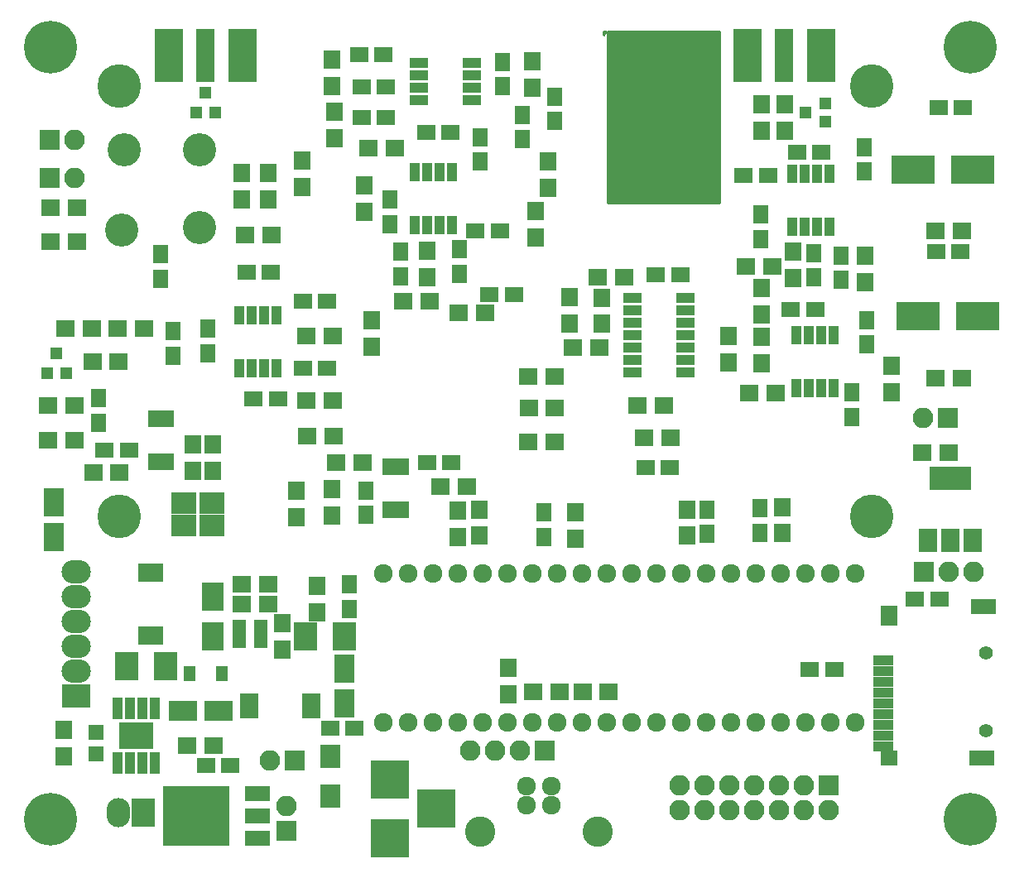
<source format=gbr>
G04 #@! TF.FileFunction,Soldermask,Top*
%FSLAX46Y46*%
G04 Gerber Fmt 4.6, Leading zero omitted, Abs format (unit mm)*
G04 Created by KiCad (PCBNEW 4.0.7) date 04/14/20 20:50:42*
%MOMM*%
%LPD*%
G01*
G04 APERTURE LIST*
%ADD10C,0.100000*%
%ADD11C,1.924000*%
%ADD12C,1.920000*%
%ADD13C,3.100000*%
%ADD14R,2.100000X2.100000*%
%ADD15O,2.100000X2.100000*%
%ADD16R,1.700000X1.900000*%
%ADD17R,1.900000X2.600000*%
%ADD18R,3.000000X2.000000*%
%ADD19R,1.010000X2.310000*%
%ADD20R,1.950000X1.605000*%
%ADD21R,2.000000X3.000000*%
%ADD22R,1.900000X1.700000*%
%ADD23R,2.600000X1.900000*%
%ADD24R,2.900000X5.480000*%
%ADD25R,1.900000X5.480000*%
%ADD26R,1.000000X1.950000*%
%ADD27C,3.400000*%
%ADD28R,0.700000X1.800000*%
%ADD29C,5.400000*%
%ADD30C,4.464000*%
%ADD31R,3.900000X3.900000*%
%ADD32R,1.650000X1.900000*%
%ADD33R,1.900000X1.650000*%
%ADD34R,1.900000X1.000000*%
%ADD35R,1.950000X1.000000*%
%ADD36R,1.200000X1.300000*%
%ADD37R,4.200000X2.400000*%
%ADD38R,1.900000X2.400000*%
%ADD39R,1.460000X1.050000*%
%ADD40R,1.600000X1.600000*%
%ADD41R,3.000000X2.400000*%
%ADD42O,3.000000X2.400000*%
%ADD43R,2.400000X3.000000*%
%ADD44O,2.400000X3.000000*%
%ADD45R,2.500000X2.200000*%
%ADD46R,1.300000X1.600000*%
%ADD47R,1.300000X1.200000*%
%ADD48R,2.200000X2.900000*%
%ADD49R,2.400000X2.900000*%
%ADD50R,2.000000X2.400000*%
%ADD51R,2.600000X1.600000*%
%ADD52R,6.800000X6.200000*%
%ADD53R,4.400000X2.900000*%
%ADD54R,2.000000X1.100000*%
%ADD55R,1.800000X1.600000*%
%ADD56R,1.800000X2.000000*%
%ADD57C,1.400000*%
%ADD58C,0.254000*%
G04 APERTURE END LIST*
D10*
D11*
X135290000Y-106880000D03*
X132750000Y-106880000D03*
X130210000Y-106880000D03*
X127670000Y-106880000D03*
X125130000Y-106880000D03*
X122590000Y-106880000D03*
X120050000Y-106880000D03*
X117510000Y-106880000D03*
X114970000Y-106880000D03*
X112430000Y-106880000D03*
X109890000Y-106880000D03*
X107350000Y-106880000D03*
X104810000Y-106880000D03*
X102270000Y-106880000D03*
X99730000Y-106880000D03*
X97190000Y-106880000D03*
X94650000Y-106880000D03*
X92110000Y-106880000D03*
X89570000Y-106880000D03*
X87030000Y-106880000D03*
X135290000Y-122120000D03*
X132750000Y-122120000D03*
X130210000Y-122120000D03*
X127670000Y-122120000D03*
X125130000Y-122120000D03*
X122590000Y-122120000D03*
X120050000Y-122120000D03*
X117510000Y-122120000D03*
X114970000Y-122120000D03*
X112430000Y-122120000D03*
X109890000Y-122120000D03*
X107350000Y-122120000D03*
X104810000Y-122120000D03*
X102270000Y-122120000D03*
X99730000Y-122120000D03*
X97190000Y-122120000D03*
X94650000Y-122120000D03*
X92110000Y-122120000D03*
X89570000Y-122120000D03*
X87030000Y-122120000D03*
D12*
X101660000Y-128590000D03*
X104200000Y-128590000D03*
X104200000Y-130590000D03*
X101660000Y-130590000D03*
D13*
X96930000Y-133290000D03*
X108930000Y-133290000D03*
D14*
X52850000Y-62480000D03*
D15*
X55390000Y-62480000D03*
D16*
X106625000Y-100625000D03*
X106625000Y-103325000D03*
X54356000Y-125556000D03*
X54356000Y-122856000D03*
D17*
X73254000Y-120396000D03*
X79654000Y-120396000D03*
D18*
X66526000Y-120904000D03*
X70126000Y-120904000D03*
D19*
X59817000Y-126224000D03*
X61087000Y-126224000D03*
X62357000Y-126224000D03*
X63627000Y-126224000D03*
X63627000Y-120664000D03*
X62357000Y-120664000D03*
X61087000Y-120664000D03*
X59817000Y-120664000D03*
D20*
X62497000Y-122841500D03*
X60947000Y-122841500D03*
X62497000Y-124046500D03*
X60947000Y-124046500D03*
D21*
X53340000Y-103146000D03*
X53340000Y-99546000D03*
D22*
X109066320Y-83713320D03*
X106366320Y-83713320D03*
D23*
X63246000Y-106782000D03*
X63246000Y-113182000D03*
D14*
X132588000Y-128524000D03*
D15*
X132588000Y-131064000D03*
X130048000Y-128524000D03*
X130048000Y-131064000D03*
X127508000Y-128524000D03*
X127508000Y-131064000D03*
X124968000Y-128524000D03*
X124968000Y-131064000D03*
X122428000Y-128524000D03*
X122428000Y-131064000D03*
X119888000Y-128524000D03*
X119888000Y-131064000D03*
X117348000Y-128524000D03*
X117348000Y-131064000D03*
D24*
X72584000Y-53848000D03*
X65084000Y-53848000D03*
D25*
X68834000Y-53848000D03*
D16*
X72500000Y-65900000D03*
X72500000Y-68600000D03*
D26*
X132603240Y-65956200D03*
X131333240Y-65956200D03*
X130063240Y-65956200D03*
X128793240Y-65956200D03*
X128793240Y-71356200D03*
X130063240Y-71356200D03*
X131333240Y-71356200D03*
X132603240Y-71356200D03*
D27*
X68250000Y-71500000D03*
X60250000Y-71750000D03*
X60500000Y-63500000D03*
X68250000Y-63500000D03*
D28*
X63262000Y-95418000D03*
X63762000Y-95418000D03*
X64262000Y-95418000D03*
X64762000Y-95418000D03*
X65262000Y-95418000D03*
X65262000Y-91018000D03*
X64762000Y-91018000D03*
X64262000Y-91018000D03*
X63762000Y-91018000D03*
X63262000Y-91018000D03*
D29*
X53000000Y-53000000D03*
X147000000Y-53000000D03*
X53000000Y-132000000D03*
X147000000Y-132000000D03*
D14*
X77070000Y-133200000D03*
D15*
X77070000Y-130660000D03*
D30*
X60000000Y-101000000D03*
X137000000Y-101000000D03*
D31*
X87725000Y-127925000D03*
X87725000Y-133925000D03*
X92425000Y-130925000D03*
D14*
X144780000Y-90932000D03*
D15*
X142240000Y-90932000D03*
D32*
X104561640Y-58084400D03*
X104561640Y-60584400D03*
D33*
X58510000Y-94230000D03*
X61010000Y-94230000D03*
X143530000Y-73914000D03*
X146030000Y-73914000D03*
X143784000Y-59182000D03*
X146284000Y-59182000D03*
D32*
X64262000Y-76688000D03*
X64262000Y-74188000D03*
D33*
X87015640Y-53746400D03*
X84515640Y-53746400D03*
X87269640Y-57048400D03*
X84769640Y-57048400D03*
X75500000Y-76000000D03*
X73000000Y-76000000D03*
X78760000Y-78994000D03*
X81260000Y-78994000D03*
X131810000Y-63790000D03*
X129310000Y-63790000D03*
D32*
X136235440Y-65740600D03*
X136235440Y-63240600D03*
D33*
X84795040Y-60172600D03*
X87295040Y-60172600D03*
D32*
X65532000Y-84562000D03*
X65532000Y-82062000D03*
D33*
X123845000Y-66167000D03*
X126345000Y-66167000D03*
X93873640Y-61747400D03*
X91373640Y-61747400D03*
D32*
X69088000Y-84308000D03*
X69088000Y-81808000D03*
X125592840Y-72649400D03*
X125592840Y-70149400D03*
X101196140Y-59938600D03*
X101196140Y-62438600D03*
D33*
X73740960Y-89016840D03*
X76240960Y-89016840D03*
D32*
X99227640Y-57028400D03*
X99227640Y-54528400D03*
D33*
X81260000Y-85839300D03*
X78760000Y-85839300D03*
D32*
X131064000Y-74061000D03*
X131064000Y-76561000D03*
X133807200Y-76840400D03*
X133807200Y-74340400D03*
X88813640Y-76459400D03*
X88813640Y-73959400D03*
D33*
X97853180Y-78315820D03*
X100353180Y-78315820D03*
X128698940Y-79883000D03*
X131198940Y-79883000D03*
D32*
X96946720Y-64709360D03*
X96946720Y-62209360D03*
X94757240Y-73680000D03*
X94757240Y-76180000D03*
X136425940Y-83419000D03*
X136425940Y-80919000D03*
D33*
X96402840Y-71805800D03*
X98902840Y-71805800D03*
D32*
X134950200Y-88325640D03*
X134950200Y-90825640D03*
X125500000Y-102700000D03*
X125500000Y-100200000D03*
X120150000Y-102800000D03*
X120150000Y-100300000D03*
X103450000Y-103100000D03*
X103450000Y-100600000D03*
D33*
X117368640Y-76329540D03*
X114868640Y-76329540D03*
D32*
X57912000Y-88920000D03*
X57912000Y-91420000D03*
D33*
X116312000Y-96012000D03*
X113812000Y-96012000D03*
D32*
X87670640Y-71125400D03*
X87670640Y-68625400D03*
D33*
X71354000Y-126492000D03*
X68854000Y-126492000D03*
D22*
X143496040Y-86868000D03*
X146196040Y-86868000D03*
X57340000Y-96530000D03*
X60040000Y-96530000D03*
D16*
X102275640Y-54428400D03*
X102275640Y-57128400D03*
X85852000Y-83646000D03*
X85852000Y-80946000D03*
X136260840Y-74316600D03*
X136260840Y-77016600D03*
X67564000Y-96346000D03*
X67564000Y-93646000D03*
X69596000Y-96346000D03*
X69596000Y-93646000D03*
D22*
X146196040Y-71831200D03*
X143496040Y-71831200D03*
X127135880Y-88432640D03*
X124435880Y-88432640D03*
X72860000Y-72200000D03*
X75560000Y-72200000D03*
X112990640Y-89687400D03*
X115690640Y-89687400D03*
D16*
X75250000Y-68600000D03*
X75250000Y-65900000D03*
D22*
X79259440Y-92791280D03*
X81959440Y-92791280D03*
X113712000Y-92964000D03*
X116412000Y-92964000D03*
D16*
X78750000Y-64650000D03*
X78750000Y-67350000D03*
X82042000Y-59610000D03*
X82042000Y-62310000D03*
X81788000Y-56976000D03*
X81788000Y-54276000D03*
D22*
X81817200Y-89128600D03*
X79117200Y-89128600D03*
X59864000Y-81788000D03*
X62564000Y-81788000D03*
X59950000Y-85150000D03*
X57250000Y-85150000D03*
D16*
X125730000Y-61548000D03*
X125730000Y-58848000D03*
X128050000Y-61530000D03*
X128050000Y-58830000D03*
D22*
X85457040Y-63373000D03*
X88157040Y-63373000D03*
X81868000Y-82550000D03*
X79168000Y-82550000D03*
D16*
X125719840Y-80354160D03*
X125719840Y-77654160D03*
D22*
X89038440Y-78994000D03*
X91738440Y-78994000D03*
X94753440Y-80162400D03*
X97453440Y-80162400D03*
D16*
X122341640Y-82597000D03*
X122341640Y-85297000D03*
X85054440Y-69828400D03*
X85054440Y-67128400D03*
X91480640Y-73859400D03*
X91480640Y-76559400D03*
X125694440Y-85347800D03*
X125694440Y-82647800D03*
D22*
X104570520Y-89961720D03*
X101870520Y-89961720D03*
D16*
X139019280Y-88278960D03*
X139019280Y-85578960D03*
X127850000Y-100050000D03*
X127850000Y-102750000D03*
X118100000Y-100300000D03*
X118100000Y-103000000D03*
D22*
X104504480Y-93405960D03*
X101804480Y-93405960D03*
D16*
X109377480Y-81329520D03*
X109377480Y-78629520D03*
X106070400Y-81309200D03*
X106070400Y-78609200D03*
D22*
X111626640Y-76504800D03*
X108926640Y-76504800D03*
X52752000Y-89662000D03*
X55452000Y-89662000D03*
X55452000Y-93218000D03*
X52752000Y-93218000D03*
X54530000Y-81788000D03*
X57230000Y-81788000D03*
X104565440Y-86715600D03*
X101865440Y-86715600D03*
X142160000Y-94488000D03*
X144860000Y-94488000D03*
D34*
X112529640Y-78638400D03*
X112529640Y-79908400D03*
X112529640Y-81178400D03*
X112529640Y-82448400D03*
X112529640Y-83718400D03*
X112529640Y-84988400D03*
X112529640Y-86258400D03*
X117929640Y-86258400D03*
X117929640Y-84988400D03*
X117929640Y-83718400D03*
X117929640Y-82448400D03*
X117929640Y-81178400D03*
X117929640Y-79908400D03*
X117929640Y-78638400D03*
D35*
X90685640Y-54635400D03*
X90685640Y-55905400D03*
X90685640Y-57175400D03*
X90685640Y-58445400D03*
X96085640Y-58445400D03*
X96085640Y-57175400D03*
X96085640Y-55905400D03*
X96085640Y-54635400D03*
D26*
X76047600Y-80446900D03*
X74777600Y-80446900D03*
X73507600Y-80446900D03*
X72237600Y-80446900D03*
X72237600Y-85846900D03*
X73507600Y-85846900D03*
X74777600Y-85846900D03*
X76047600Y-85846900D03*
X94020640Y-65778400D03*
X92750640Y-65778400D03*
X91480640Y-65778400D03*
X90210640Y-65778400D03*
X90210640Y-71178400D03*
X91480640Y-71178400D03*
X92750640Y-71178400D03*
X94020640Y-71178400D03*
X133085840Y-82466200D03*
X131815840Y-82466200D03*
X130545840Y-82466200D03*
X129275840Y-82466200D03*
X129275840Y-87866200D03*
X130545840Y-87866200D03*
X131815840Y-87866200D03*
X133085840Y-87866200D03*
D33*
X141400000Y-109460000D03*
X143900000Y-109460000D03*
D14*
X142300000Y-106680000D03*
D15*
X144840000Y-106680000D03*
X147380000Y-106680000D03*
D36*
X52644000Y-86344000D03*
X54544000Y-86344000D03*
X53594000Y-84344000D03*
D37*
X145000000Y-97150000D03*
D38*
X145000000Y-103450000D03*
X147300000Y-103450000D03*
X142700000Y-103450000D03*
D24*
X131766000Y-53848000D03*
X124266000Y-53848000D03*
D25*
X128016000Y-53848000D03*
D16*
X102616000Y-69770000D03*
X102616000Y-72470000D03*
X103886000Y-67390000D03*
X103886000Y-64690000D03*
D22*
X126826000Y-75438000D03*
X124126000Y-75438000D03*
D16*
X128905000Y-73961000D03*
X128905000Y-76661000D03*
D30*
X60000000Y-57000000D03*
X137000000Y-57000000D03*
D22*
X102300000Y-118950000D03*
X105000000Y-118950000D03*
X110075000Y-118925000D03*
X107375000Y-118925000D03*
D16*
X99810000Y-119250000D03*
X99810000Y-116550000D03*
D33*
X81554000Y-122682000D03*
X84054000Y-122682000D03*
D32*
X83566000Y-110470000D03*
X83566000Y-107970000D03*
D22*
X75264000Y-109982000D03*
X72564000Y-109982000D03*
X72564000Y-107950000D03*
X75264000Y-107950000D03*
D16*
X80264000Y-108124000D03*
X80264000Y-110824000D03*
D39*
X72306000Y-112080000D03*
X72306000Y-113030000D03*
X72306000Y-113980000D03*
X74506000Y-113980000D03*
X74506000Y-112080000D03*
X74506000Y-113030000D03*
D40*
X57658000Y-123106000D03*
X57658000Y-125306000D03*
D14*
X77978000Y-125984000D03*
D15*
X75438000Y-125984000D03*
D22*
X69676000Y-124460000D03*
X66976000Y-124460000D03*
D41*
X55626000Y-119380000D03*
D42*
X55626000Y-116840000D03*
X55626000Y-114300000D03*
X55626000Y-111760000D03*
X55626000Y-109220000D03*
X55626000Y-106680000D03*
D43*
X62484000Y-131318000D03*
D44*
X59944000Y-131318000D03*
D45*
X69522000Y-99688000D03*
X66622000Y-99688000D03*
X66622000Y-101988000D03*
X69522000Y-101988000D03*
D16*
X76708000Y-111934000D03*
X76708000Y-114634000D03*
D46*
X70484000Y-117094000D03*
X67184000Y-117094000D03*
D33*
X93960000Y-95504000D03*
X91460000Y-95504000D03*
D22*
X95550000Y-98000000D03*
X92850000Y-98000000D03*
D16*
X94650000Y-103100000D03*
X94650000Y-100400000D03*
X96800000Y-103000000D03*
X96800000Y-100300000D03*
D28*
X87300000Y-100300000D03*
X87800000Y-100300000D03*
X88300000Y-100300000D03*
X88800000Y-100300000D03*
X89300000Y-100300000D03*
X89300000Y-95900000D03*
X88800000Y-95900000D03*
X88300000Y-95900000D03*
X87800000Y-95900000D03*
X87300000Y-95900000D03*
D32*
X85190000Y-100870000D03*
X85190000Y-98370000D03*
D16*
X78140000Y-101060000D03*
X78140000Y-98360000D03*
X81720000Y-98240000D03*
X81720000Y-100940000D03*
D36*
X67884000Y-59674000D03*
X69784000Y-59674000D03*
X68834000Y-57674000D03*
D47*
X132210000Y-60660000D03*
X132210000Y-58760000D03*
X130210000Y-59710000D03*
D48*
X69596000Y-109252000D03*
X69596000Y-113252000D03*
D22*
X82216000Y-95504000D03*
X84916000Y-95504000D03*
D21*
X83058000Y-120164000D03*
X83058000Y-116564000D03*
D49*
X83026000Y-113284000D03*
X79026000Y-113284000D03*
X64738000Y-116332000D03*
X60738000Y-116332000D03*
D50*
X81600000Y-129600000D03*
X81600000Y-125600000D03*
D51*
X74140000Y-133910000D03*
X74140000Y-131630000D03*
X74140000Y-129350000D03*
D52*
X67840000Y-131630000D03*
D53*
X141730000Y-80518000D03*
X147830000Y-80518000D03*
X141222000Y-65532000D03*
X147322000Y-65532000D03*
D54*
X138150000Y-123450000D03*
X138150000Y-122350000D03*
X138150000Y-121250000D03*
X138150000Y-120150000D03*
X138150000Y-119050000D03*
X138150000Y-117950000D03*
X138150000Y-116850000D03*
X138150000Y-115750000D03*
D55*
X138750000Y-125750000D03*
D56*
X138750000Y-111150000D03*
D51*
X148350000Y-110250000D03*
X148250000Y-125750000D03*
D54*
X138150000Y-124550000D03*
D57*
X148650000Y-122950000D03*
X148650000Y-114950000D03*
D33*
X133110000Y-116700000D03*
X130610000Y-116700000D03*
D14*
X103500000Y-125000000D03*
D15*
X100960000Y-125000000D03*
X98420000Y-125000000D03*
X95880000Y-125000000D03*
D22*
X55670000Y-72870000D03*
X52970000Y-72870000D03*
X55680000Y-69460000D03*
X52980000Y-69460000D03*
D14*
X52850000Y-66410000D03*
D15*
X55390000Y-66410000D03*
D58*
G36*
X121356120Y-68884800D02*
X109959140Y-68884800D01*
X109959140Y-51521360D01*
X109949134Y-51471950D01*
X109920693Y-51430325D01*
X109912169Y-51424840D01*
X121356120Y-51424840D01*
X121356120Y-68884800D01*
X121356120Y-68884800D01*
G37*
X121356120Y-68884800D02*
X109959140Y-68884800D01*
X109959140Y-51521360D01*
X109949134Y-51471950D01*
X109920693Y-51430325D01*
X109912169Y-51424840D01*
X121356120Y-51424840D01*
X121356120Y-68884800D01*
G36*
X109730540Y-51445160D02*
X109540040Y-51699160D01*
X109540040Y-51424840D01*
X109755809Y-51424840D01*
X109730540Y-51445160D01*
X109730540Y-51445160D01*
G37*
X109730540Y-51445160D02*
X109540040Y-51699160D01*
X109540040Y-51424840D01*
X109755809Y-51424840D01*
X109730540Y-51445160D01*
M02*

</source>
